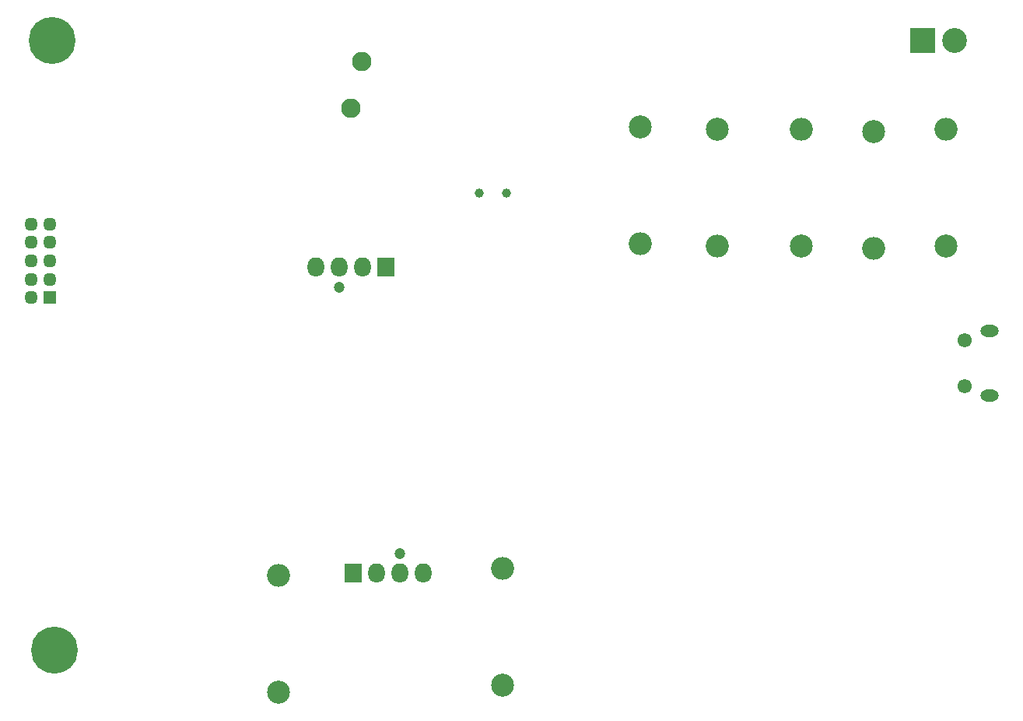
<source format=gbr>
%TF.GenerationSoftware,KiCad,Pcbnew,(5.1.6)-1*%
%TF.CreationDate,2021-02-28T15:35:06+06:00*%
%TF.ProjectId,STM32MCU + Buck Converter,53544d33-324d-4435-9520-2b204275636b,rev?*%
%TF.SameCoordinates,Original*%
%TF.FileFunction,Soldermask,Bot*%
%TF.FilePolarity,Negative*%
%FSLAX46Y46*%
G04 Gerber Fmt 4.6, Leading zero omitted, Abs format (unit mm)*
G04 Created by KiCad (PCBNEW (5.1.6)-1) date 2021-02-28 15:35:06*
%MOMM*%
%LPD*%
G01*
G04 APERTURE LIST*
%ADD10C,5.100000*%
%ADD11O,2.000000X1.300000*%
%ADD12C,1.550000*%
%ADD13C,2.700000*%
%ADD14R,2.700000X2.700000*%
%ADD15O,1.450000X1.450000*%
%ADD16R,1.450000X1.450000*%
%ADD17C,2.110000*%
%ADD18C,1.200000*%
%ADD19O,1.830000X2.130000*%
%ADD20R,1.830000X2.130000*%
%ADD21C,2.500000*%
%ADD22O,2.500000X2.500000*%
%ADD23C,1.000000*%
G04 APERTURE END LIST*
D10*
%TO.C,REF\u002A\u002A*%
X83312000Y-103886000D03*
%TD*%
%TO.C,REF\u002A\u002A*%
X83058000Y-37592000D03*
%TD*%
D11*
%TO.C,J5*%
X185133500Y-69144000D03*
X185133500Y-76144000D03*
D12*
X182433500Y-70144000D03*
X182433500Y-75144000D03*
%TD*%
D13*
%TO.C,J1*%
X181300000Y-37592000D03*
D14*
X177800000Y-37592000D03*
%TD*%
D15*
%TO.C,J2*%
X80804000Y-57532000D03*
X82804000Y-57532000D03*
X80804000Y-59532000D03*
X82804000Y-59532000D03*
X80804000Y-61532000D03*
X82804000Y-61532000D03*
X80804000Y-63532000D03*
X82804000Y-63532000D03*
X80804000Y-65532000D03*
D16*
X82804000Y-65532000D03*
%TD*%
D17*
%TO.C,F1*%
X115570000Y-44958000D03*
X116770000Y-39858000D03*
%TD*%
D18*
%TO.C,J3*%
X114300000Y-64390000D03*
D19*
X111760000Y-62230000D03*
X114300000Y-62230000D03*
X116840000Y-62230000D03*
D20*
X119380000Y-62230000D03*
%TD*%
%TO.C,J4*%
X115824000Y-95504000D03*
D19*
X118364000Y-95504000D03*
X120904000Y-95504000D03*
X123444000Y-95504000D03*
D18*
X120904000Y-93344000D03*
%TD*%
D21*
%TO.C,R1*%
X132080000Y-107696000D03*
D22*
X132080000Y-94996000D03*
%TD*%
%TO.C,R2*%
X107696000Y-95758000D03*
D21*
X107696000Y-108458000D03*
%TD*%
%TO.C,R3*%
X147066000Y-46990000D03*
D22*
X147066000Y-59690000D03*
%TD*%
%TO.C,R4*%
X180340000Y-47244000D03*
D21*
X180340000Y-59944000D03*
%TD*%
%TO.C,R5*%
X172466000Y-47498000D03*
D22*
X172466000Y-60198000D03*
%TD*%
D21*
%TO.C,R6*%
X164592000Y-59944000D03*
D22*
X164592000Y-47244000D03*
%TD*%
%TO.C,R7*%
X155448000Y-59944000D03*
D21*
X155448000Y-47244000D03*
%TD*%
D23*
%TO.C,SW1*%
X129564000Y-54178000D03*
X132564000Y-54178000D03*
%TD*%
M02*

</source>
